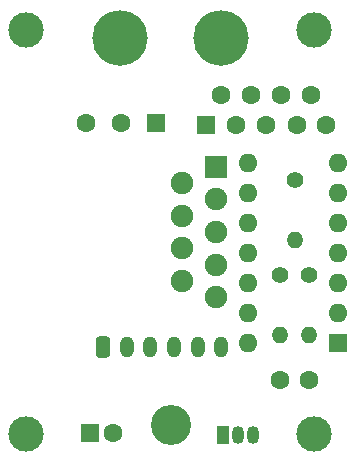
<source format=gbr>
%TF.GenerationSoftware,KiCad,Pcbnew,(6.0.9)*%
%TF.CreationDate,2023-08-06T12:59:46+02:00*%
%TF.ProjectId,Vectrex_Lightpen_2,56656374-7265-4785-9f4c-696768747065,rev?*%
%TF.SameCoordinates,Original*%
%TF.FileFunction,Soldermask,Bot*%
%TF.FilePolarity,Negative*%
%FSLAX46Y46*%
G04 Gerber Fmt 4.6, Leading zero omitted, Abs format (unit mm)*
G04 Created by KiCad (PCBNEW (6.0.9)) date 2023-08-06 12:59:46*
%MOMM*%
%LPD*%
G01*
G04 APERTURE LIST*
G04 Aperture macros list*
%AMRoundRect*
0 Rectangle with rounded corners*
0 $1 Rounding radius*
0 $2 $3 $4 $5 $6 $7 $8 $9 X,Y pos of 4 corners*
0 Add a 4 corners polygon primitive as box body*
4,1,4,$2,$3,$4,$5,$6,$7,$8,$9,$2,$3,0*
0 Add four circle primitives for the rounded corners*
1,1,$1+$1,$2,$3*
1,1,$1+$1,$4,$5*
1,1,$1+$1,$6,$7*
1,1,$1+$1,$8,$9*
0 Add four rect primitives between the rounded corners*
20,1,$1+$1,$2,$3,$4,$5,0*
20,1,$1+$1,$4,$5,$6,$7,0*
20,1,$1+$1,$6,$7,$8,$9,0*
20,1,$1+$1,$8,$9,$2,$3,0*%
G04 Aperture macros list end*
%ADD10R,1.900000X1.900000*%
%ADD11C,1.900000*%
%ADD12C,3.000000*%
%ADD13C,1.600000*%
%ADD14R,1.600000X1.600000*%
%ADD15O,1.600000X1.600000*%
%ADD16C,4.700000*%
%ADD17RoundRect,0.250000X-0.350000X-0.650000X0.350000X-0.650000X0.350000X0.650000X-0.350000X0.650000X0*%
%ADD18O,1.200000X1.800000*%
%ADD19RoundRect,0.250000X0.550000X0.550000X-0.550000X0.550000X-0.550000X-0.550000X0.550000X-0.550000X0*%
%ADD20R,1.050000X1.500000*%
%ADD21O,1.050000X1.500000*%
%ADD22C,3.400000*%
%ADD23C,1.400000*%
%ADD24O,1.400000X1.400000*%
G04 APERTURE END LIST*
D10*
%TO.C,J1*%
X147574000Y-76352400D03*
D11*
X147574000Y-79122400D03*
X147574000Y-81892400D03*
X147574000Y-84662400D03*
X147574000Y-87432400D03*
X144734000Y-77737400D03*
X144734000Y-80507400D03*
X144734000Y-83277400D03*
X144734000Y-86047400D03*
%TD*%
D12*
%TO.C,REF3*%
X155930400Y-64750000D03*
%TD*%
D13*
%TO.C,J3*%
X155635400Y-70280000D03*
X153095400Y-70280000D03*
X150555400Y-70280000D03*
X148015400Y-70280000D03*
X156905400Y-72820000D03*
X154420400Y-72820000D03*
X151825400Y-72820000D03*
X149285400Y-72820000D03*
D14*
X146745400Y-72820000D03*
%TD*%
%TO.C,U1*%
X157950000Y-91250000D03*
D15*
X157950000Y-88710000D03*
X157950000Y-86170000D03*
X157950000Y-83630000D03*
X157950000Y-81090000D03*
X157950000Y-78550000D03*
X157950000Y-76010000D03*
X150330000Y-76010000D03*
X150330000Y-78550000D03*
X150330000Y-81090000D03*
X150330000Y-83630000D03*
X150330000Y-86170000D03*
X150330000Y-88710000D03*
X150330000Y-91250000D03*
%TD*%
D16*
%TO.C,REF5*%
X139505000Y-65500000D03*
%TD*%
D17*
%TO.C,J4*%
X138050000Y-91600000D03*
D18*
X140050000Y-91600000D03*
X142050000Y-91600000D03*
X144050000Y-91600000D03*
X146050000Y-91600000D03*
X148050000Y-91600000D03*
%TD*%
D12*
%TO.C,REF6*%
X131526800Y-64750000D03*
%TD*%
D13*
%TO.C,C1*%
X138900000Y-98900000D03*
D14*
X136900000Y-98900000D03*
%TD*%
D16*
%TO.C,REF\u002A\u002A*%
X148005000Y-65500000D03*
%TD*%
D19*
%TO.C,J2*%
X142549500Y-72650000D03*
D13*
X139554500Y-72650000D03*
X136550500Y-72650000D03*
%TD*%
D12*
%TO.C,REF1*%
X131526800Y-99010800D03*
%TD*%
D20*
%TO.C,Q1*%
X148230000Y-99110000D03*
D21*
X149500000Y-99110000D03*
X150770000Y-99110000D03*
%TD*%
D13*
%TO.C,C2*%
X153000000Y-94400000D03*
X155500000Y-94400000D03*
%TD*%
D22*
%TO.C,REF7*%
X143763900Y-98250000D03*
%TD*%
D12*
%TO.C,REF2*%
X155930400Y-99010800D03*
%TD*%
D23*
%TO.C,R1*%
X153000000Y-85500000D03*
D24*
X153000000Y-90580000D03*
%TD*%
%TO.C,R3*%
X154300000Y-82540000D03*
D23*
X154300000Y-77460000D03*
%TD*%
D24*
%TO.C,R2*%
X155500000Y-90580000D03*
D23*
X155500000Y-85500000D03*
%TD*%
M02*

</source>
